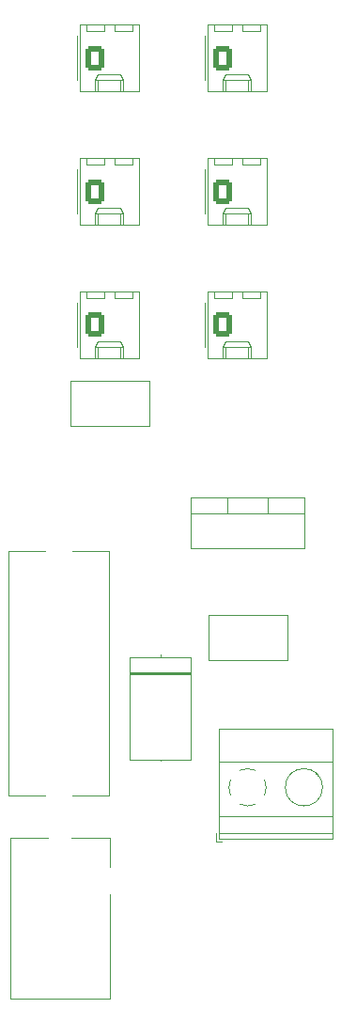
<source format=gto>
G04 #@! TF.GenerationSoftware,KiCad,Pcbnew,7.0.5*
G04 #@! TF.CreationDate,2024-04-01T13:17:15+02:00*
G04 #@! TF.ProjectId,power,706f7765-722e-46b6-9963-61645f706362,rev?*
G04 #@! TF.SameCoordinates,Original*
G04 #@! TF.FileFunction,Legend,Top*
G04 #@! TF.FilePolarity,Positive*
%FSLAX46Y46*%
G04 Gerber Fmt 4.6, Leading zero omitted, Abs format (unit mm)*
G04 Created by KiCad (PCBNEW 7.0.5) date 2024-04-01 13:17:15*
%MOMM*%
%LPD*%
G01*
G04 APERTURE LIST*
G04 Aperture macros list*
%AMRoundRect*
0 Rectangle with rounded corners*
0 $1 Rounding radius*
0 $2 $3 $4 $5 $6 $7 $8 $9 X,Y pos of 4 corners*
0 Add a 4 corners polygon primitive as box body*
4,1,4,$2,$3,$4,$5,$6,$7,$8,$9,$2,$3,0*
0 Add four circle primitives for the rounded corners*
1,1,$1+$1,$2,$3*
1,1,$1+$1,$4,$5*
1,1,$1+$1,$6,$7*
1,1,$1+$1,$8,$9*
0 Add four rect primitives between the rounded corners*
20,1,$1+$1,$2,$3,$4,$5,0*
20,1,$1+$1,$4,$5,$6,$7,0*
20,1,$1+$1,$6,$7,$8,$9,0*
20,1,$1+$1,$8,$9,$2,$3,0*%
G04 Aperture macros list end*
%ADD10C,0.120000*%
%ADD11C,2.500000*%
%ADD12R,3.000000X3.000000*%
%ADD13O,3.000000X3.000000*%
%ADD14C,2.600000*%
%ADD15RoundRect,0.250000X-0.620000X-0.845000X0.620000X-0.845000X0.620000X0.845000X-0.620000X0.845000X0*%
%ADD16O,1.740000X2.190000*%
%ADD17C,3.500000*%
%ADD18R,1.905000X2.000000*%
%ADD19O,1.905000X2.000000*%
%ADD20C,1.600000*%
%ADD21R,2.600000X2.600000*%
G04 APERTURE END LIST*
D10*
X49204000Y-121366000D02*
X49204000Y-99366000D01*
X40204000Y-121366000D02*
X40204000Y-99366000D01*
X40204000Y-99366000D02*
X49204000Y-99366000D01*
X49204000Y-121366000D02*
X40204000Y-121366000D01*
X53848000Y-108728000D02*
X53848000Y-108918000D01*
X56618000Y-108918000D02*
X51078000Y-108918000D01*
X51078000Y-108918000D02*
X51078000Y-118158000D01*
X56618000Y-110268000D02*
X51078000Y-110268000D01*
X56618000Y-110388000D02*
X51078000Y-110388000D01*
X56618000Y-110508000D02*
X51078000Y-110508000D01*
X56618000Y-118158000D02*
X56618000Y-108918000D01*
X51078000Y-118158000D02*
X56618000Y-118158000D01*
X53848000Y-118348000D02*
X53848000Y-118158000D01*
X49350000Y-125209000D02*
X49350000Y-139709000D01*
X40350000Y-125209000D02*
X49350000Y-125209000D01*
X49350000Y-139709000D02*
X40350000Y-139709000D01*
X40350000Y-139709000D02*
X40350000Y-125209000D01*
X57830000Y-77000000D02*
X57830000Y-81000000D01*
X58120000Y-75970000D02*
X58120000Y-81990000D01*
X58120000Y-81990000D02*
X63420000Y-81990000D01*
X58700000Y-75970000D02*
X58700000Y-76570000D01*
X58700000Y-76570000D02*
X60300000Y-76570000D01*
X59500000Y-80990000D02*
X59750000Y-80460000D01*
X59500000Y-80990000D02*
X62040000Y-80990000D01*
X59500000Y-81990000D02*
X59500000Y-80990000D01*
X59750000Y-80460000D02*
X61790000Y-80460000D01*
X59750000Y-81990000D02*
X59750000Y-80990000D01*
X60300000Y-76570000D02*
X60300000Y-75970000D01*
X61240000Y-75970000D02*
X61240000Y-76570000D01*
X61240000Y-76570000D02*
X62840000Y-76570000D01*
X61790000Y-80460000D02*
X62040000Y-80990000D01*
X61790000Y-81990000D02*
X61790000Y-80990000D01*
X62040000Y-80990000D02*
X62040000Y-81990000D01*
X62840000Y-76570000D02*
X62840000Y-75970000D01*
X63420000Y-75970000D02*
X58120000Y-75970000D01*
X63420000Y-81990000D02*
X63420000Y-75970000D01*
X46330000Y-77000000D02*
X46330000Y-81000000D01*
X46620000Y-75970000D02*
X46620000Y-81990000D01*
X46620000Y-81990000D02*
X51920000Y-81990000D01*
X47200000Y-75970000D02*
X47200000Y-76570000D01*
X47200000Y-76570000D02*
X48800000Y-76570000D01*
X48000000Y-80990000D02*
X48250000Y-80460000D01*
X48000000Y-80990000D02*
X50540000Y-80990000D01*
X48000000Y-81990000D02*
X48000000Y-80990000D01*
X48250000Y-80460000D02*
X50290000Y-80460000D01*
X48250000Y-81990000D02*
X48250000Y-80990000D01*
X48800000Y-76570000D02*
X48800000Y-75970000D01*
X49740000Y-75970000D02*
X49740000Y-76570000D01*
X49740000Y-76570000D02*
X51340000Y-76570000D01*
X50290000Y-80460000D02*
X50540000Y-80990000D01*
X50290000Y-81990000D02*
X50290000Y-80990000D01*
X50540000Y-80990000D02*
X50540000Y-81990000D01*
X51340000Y-76570000D02*
X51340000Y-75970000D01*
X51920000Y-75970000D02*
X46620000Y-75970000D01*
X51920000Y-81990000D02*
X51920000Y-75970000D01*
X56602000Y-94520000D02*
X56602000Y-99161000D01*
X56602000Y-94520000D02*
X66842000Y-94520000D01*
X56602000Y-96030000D02*
X66842000Y-96030000D01*
X56602000Y-99161000D02*
X66842000Y-99161000D01*
X59872000Y-94520000D02*
X59872000Y-96030000D01*
X63573000Y-94520000D02*
X63573000Y-96030000D01*
X66842000Y-94520000D02*
X66842000Y-99161000D01*
X46330000Y-53000000D02*
X46330000Y-57000000D01*
X46620000Y-51970000D02*
X46620000Y-57990000D01*
X46620000Y-57990000D02*
X51920000Y-57990000D01*
X47200000Y-51970000D02*
X47200000Y-52570000D01*
X47200000Y-52570000D02*
X48800000Y-52570000D01*
X48000000Y-56990000D02*
X48250000Y-56460000D01*
X48000000Y-56990000D02*
X50540000Y-56990000D01*
X48000000Y-57990000D02*
X48000000Y-56990000D01*
X48250000Y-56460000D02*
X50290000Y-56460000D01*
X48250000Y-57990000D02*
X48250000Y-56990000D01*
X48800000Y-52570000D02*
X48800000Y-51970000D01*
X49740000Y-51970000D02*
X49740000Y-52570000D01*
X49740000Y-52570000D02*
X51340000Y-52570000D01*
X50290000Y-56460000D02*
X50540000Y-56990000D01*
X50290000Y-57990000D02*
X50290000Y-56990000D01*
X50540000Y-56990000D02*
X50540000Y-57990000D01*
X51340000Y-52570000D02*
X51340000Y-51970000D01*
X51920000Y-51970000D02*
X46620000Y-51970000D01*
X51920000Y-57990000D02*
X51920000Y-51970000D01*
X52832000Y-88138000D02*
X52832000Y-84074000D01*
X52832000Y-88138000D02*
X45720000Y-88138000D01*
X52832000Y-84074000D02*
X45720000Y-84074000D01*
X45720000Y-88138000D02*
X45720000Y-84074000D01*
X58166000Y-105156000D02*
X58166000Y-109220000D01*
X58166000Y-105156000D02*
X65278000Y-105156000D01*
X58166000Y-109220000D02*
X65278000Y-109220000D01*
X65278000Y-105156000D02*
X65278000Y-109220000D01*
X58882000Y-124810000D02*
X58882000Y-125550000D01*
X58882000Y-125550000D02*
X59382000Y-125550000D01*
X59122000Y-115389000D02*
X59122000Y-125310000D01*
X59122000Y-115389000D02*
X69402000Y-115389000D01*
X59122000Y-118349000D02*
X69402000Y-118349000D01*
X59122000Y-123250000D02*
X69402000Y-123250000D01*
X59122000Y-124750000D02*
X69402000Y-124750000D01*
X59122000Y-125310000D02*
X69402000Y-125310000D01*
X65575000Y-121673000D02*
X65528000Y-121719000D01*
X65768000Y-121889000D02*
X65733000Y-121924000D01*
X67872000Y-119375000D02*
X67837000Y-119411000D01*
X68077000Y-119581000D02*
X68030000Y-119627000D01*
X69402000Y-115389000D02*
X69402000Y-125310000D01*
X60187001Y-119966001D02*
G75*
G03*
X60186574Y-121333042I1534992J-684000D01*
G01*
X62405999Y-119115001D02*
G75*
G03*
X61038958Y-119114574I-684000J-1534992D01*
G01*
X61038000Y-122184999D02*
G75*
G03*
X61750805Y-122330252I683999J1535000D01*
G01*
X61722000Y-122329999D02*
G75*
G03*
X62405318Y-122184755I0J1679999D01*
G01*
X63257000Y-121334000D02*
G75*
G03*
X63257426Y-119966958I-1535000J684000D01*
G01*
X68482000Y-120650000D02*
G75*
G03*
X68482000Y-120650000I-1680000J0D01*
G01*
X46330000Y-65000000D02*
X46330000Y-69000000D01*
X46620000Y-63970000D02*
X46620000Y-69990000D01*
X46620000Y-69990000D02*
X51920000Y-69990000D01*
X47200000Y-63970000D02*
X47200000Y-64570000D01*
X47200000Y-64570000D02*
X48800000Y-64570000D01*
X48000000Y-68990000D02*
X48250000Y-68460000D01*
X48000000Y-68990000D02*
X50540000Y-68990000D01*
X48000000Y-69990000D02*
X48000000Y-68990000D01*
X48250000Y-68460000D02*
X50290000Y-68460000D01*
X48250000Y-69990000D02*
X48250000Y-68990000D01*
X48800000Y-64570000D02*
X48800000Y-63970000D01*
X49740000Y-63970000D02*
X49740000Y-64570000D01*
X49740000Y-64570000D02*
X51340000Y-64570000D01*
X50290000Y-68460000D02*
X50540000Y-68990000D01*
X50290000Y-69990000D02*
X50290000Y-68990000D01*
X50540000Y-68990000D02*
X50540000Y-69990000D01*
X51340000Y-64570000D02*
X51340000Y-63970000D01*
X51920000Y-63970000D02*
X46620000Y-63970000D01*
X51920000Y-69990000D02*
X51920000Y-63970000D01*
X57830000Y-53000000D02*
X57830000Y-57000000D01*
X58120000Y-51970000D02*
X58120000Y-57990000D01*
X58120000Y-57990000D02*
X63420000Y-57990000D01*
X58700000Y-51970000D02*
X58700000Y-52570000D01*
X58700000Y-52570000D02*
X60300000Y-52570000D01*
X59500000Y-56990000D02*
X59750000Y-56460000D01*
X59500000Y-56990000D02*
X62040000Y-56990000D01*
X59500000Y-57990000D02*
X59500000Y-56990000D01*
X59750000Y-56460000D02*
X61790000Y-56460000D01*
X59750000Y-57990000D02*
X59750000Y-56990000D01*
X60300000Y-52570000D02*
X60300000Y-51970000D01*
X61240000Y-51970000D02*
X61240000Y-52570000D01*
X61240000Y-52570000D02*
X62840000Y-52570000D01*
X61790000Y-56460000D02*
X62040000Y-56990000D01*
X61790000Y-57990000D02*
X61790000Y-56990000D01*
X62040000Y-56990000D02*
X62040000Y-57990000D01*
X62840000Y-52570000D02*
X62840000Y-51970000D01*
X63420000Y-51970000D02*
X58120000Y-51970000D01*
X63420000Y-57990000D02*
X63420000Y-51970000D01*
X57830000Y-65000000D02*
X57830000Y-69000000D01*
X58120000Y-63970000D02*
X58120000Y-69990000D01*
X58120000Y-69990000D02*
X63420000Y-69990000D01*
X58700000Y-63970000D02*
X58700000Y-64570000D01*
X58700000Y-64570000D02*
X60300000Y-64570000D01*
X59500000Y-68990000D02*
X59750000Y-68460000D01*
X59500000Y-68990000D02*
X62040000Y-68990000D01*
X59500000Y-69990000D02*
X59500000Y-68990000D01*
X59750000Y-68460000D02*
X61790000Y-68460000D01*
X59750000Y-69990000D02*
X59750000Y-68990000D01*
X60300000Y-64570000D02*
X60300000Y-63970000D01*
X61240000Y-63970000D02*
X61240000Y-64570000D01*
X61240000Y-64570000D02*
X62840000Y-64570000D01*
X61790000Y-68460000D02*
X62040000Y-68990000D01*
X61790000Y-69990000D02*
X61790000Y-68990000D01*
X62040000Y-68990000D02*
X62040000Y-69990000D01*
X62840000Y-64570000D02*
X62840000Y-63970000D01*
X63420000Y-63970000D02*
X58120000Y-63970000D01*
X63420000Y-69990000D02*
X63420000Y-63970000D01*
%LPC*%
D11*
X44704000Y-121666000D03*
X44704000Y-99066000D03*
D12*
X53848000Y-107188000D03*
D13*
X53848000Y-119888000D03*
D14*
X44850000Y-126009000D03*
X49850000Y-129109000D03*
X44850000Y-132209000D03*
D15*
X59500000Y-79000000D03*
D16*
X62040000Y-79000000D03*
D17*
X55000000Y-135000000D03*
D15*
X48000000Y-79000000D03*
D16*
X50540000Y-79000000D03*
D18*
X59182000Y-97790000D03*
D19*
X61722000Y-97790000D03*
X64262000Y-97790000D03*
D15*
X48000000Y-55000000D03*
D16*
X50540000Y-55000000D03*
D20*
X51816000Y-86106000D03*
X50546000Y-86106000D03*
X48006000Y-86106000D03*
X46736000Y-86106000D03*
X59182000Y-107188000D03*
X60452000Y-107188000D03*
X62992000Y-107188000D03*
X64262000Y-107188000D03*
D21*
X61722000Y-120650000D03*
D14*
X66802000Y-120650000D03*
D17*
X55000000Y-45000000D03*
D15*
X48000000Y-67000000D03*
D16*
X50540000Y-67000000D03*
D15*
X59500000Y-55000000D03*
D16*
X62040000Y-55000000D03*
D15*
X59500000Y-67000000D03*
D16*
X62040000Y-67000000D03*
%LPD*%
M02*

</source>
